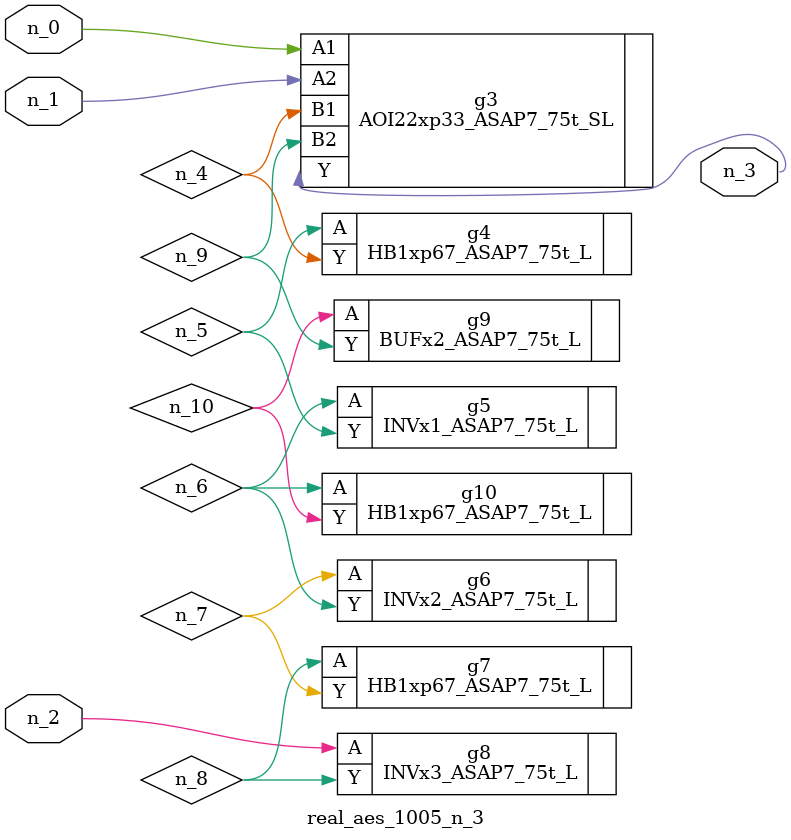
<source format=v>
module real_aes_1005_n_3 (n_0, n_2, n_1, n_3);
input n_0;
input n_2;
input n_1;
output n_3;
wire n_4;
wire n_5;
wire n_7;
wire n_9;
wire n_6;
wire n_8;
wire n_10;
AOI22xp33_ASAP7_75t_SL g3 ( .A1(n_0), .A2(n_1), .B1(n_4), .B2(n_9), .Y(n_3) );
INVx3_ASAP7_75t_L g8 ( .A(n_2), .Y(n_8) );
HB1xp67_ASAP7_75t_L g4 ( .A(n_5), .Y(n_4) );
INVx1_ASAP7_75t_L g5 ( .A(n_6), .Y(n_5) );
HB1xp67_ASAP7_75t_L g10 ( .A(n_6), .Y(n_10) );
INVx2_ASAP7_75t_L g6 ( .A(n_7), .Y(n_6) );
HB1xp67_ASAP7_75t_L g7 ( .A(n_8), .Y(n_7) );
BUFx2_ASAP7_75t_L g9 ( .A(n_10), .Y(n_9) );
endmodule
</source>
